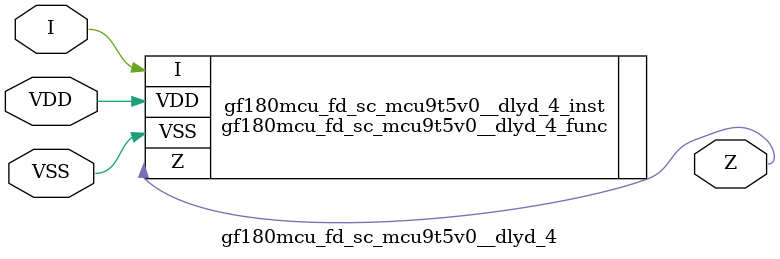
<source format=v>

module gf180mcu_fd_sc_mcu9t5v0__dlyd_4( I, Z, VDD, VSS );
input I;
inout VDD, VSS;
output Z;

   `ifdef FUNCTIONAL  //  functional //

	gf180mcu_fd_sc_mcu9t5v0__dlyd_4_func gf180mcu_fd_sc_mcu9t5v0__dlyd_4_behav_inst(.I(I),.Z(Z),.VDD(VDD),.VSS(VSS));

   `else

	gf180mcu_fd_sc_mcu9t5v0__dlyd_4_func gf180mcu_fd_sc_mcu9t5v0__dlyd_4_inst(.I(I),.Z(Z),.VDD(VDD),.VSS(VSS));

	// spec_gates_begin


	// spec_gates_end



   specify

	// specify_block_begin

	// comb arc I --> Z
	 (I => Z) = (1.0,1.0);

	// specify_block_end

   endspecify

   `endif

endmodule

</source>
